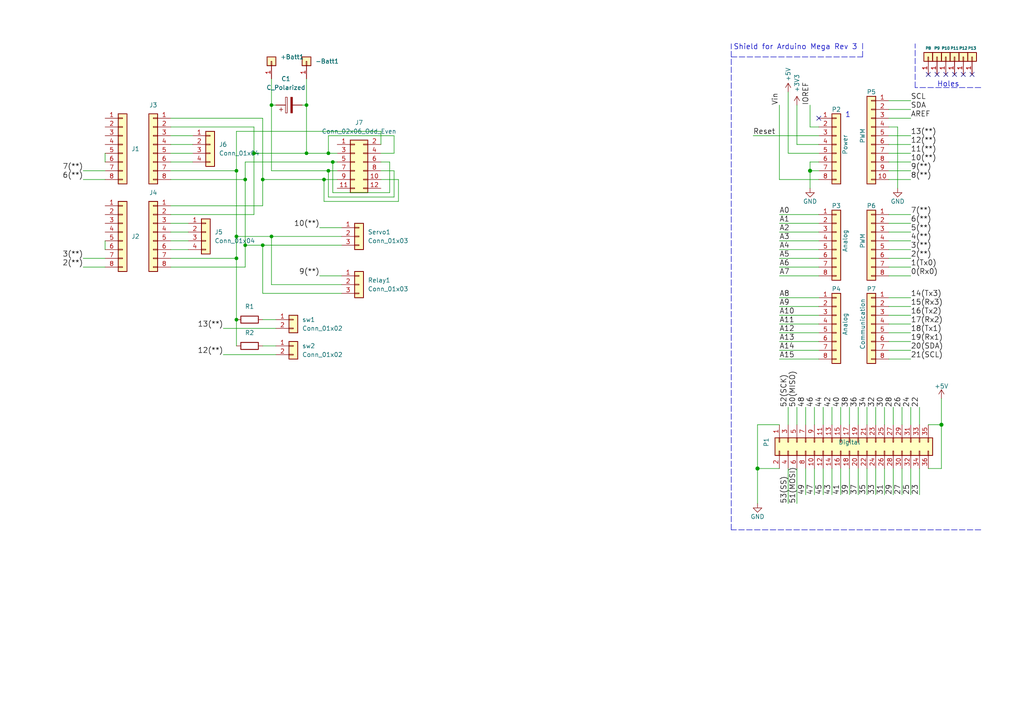
<source format=kicad_sch>
(kicad_sch (version 20211123) (generator eeschema)
  (paper "A4")
  (title_block (date "mar. 31 mars 2015"))
  (lib_symbols
    (symbol "Connector_Generic:Conn_01x01" (pin_names (offset 1.016) hide)
      (property "Reference" "J" (at 0 2.54 0))
      (property "Value" "Conn_01x01" (at 0 -2.54 0))
      (symbol "Conn_01x01_1_1"
        (rectangle (start -1.27 0.127) (end 0 -0.127) (stroke (width 0.1524)))
        (rectangle (start -1.27 1.27) (end 1.27 -1.27) (stroke (width 0.254)) (fill (type background)))
        (pin passive line (at -5.08 0 0) (length 3.81) (name "Pin_1") (number "1"))
      )
    )
    (symbol "Connector_Generic:Conn_01x02" (pin_names (offset 1.016) hide)
      (property "Reference" "J" (at 0 2.54 0))
      (property "Value" "Conn_01x02" (at 0 -5.08 0))
      (symbol "Conn_01x02_1_1"
        (rectangle (start -1.27 -2.413) (end 0 -2.667) (stroke (width 0.1524)))
        (rectangle (start -1.27 0.127) (end 0 -0.127) (stroke (width 0.1524)))
        (rectangle (start -1.27 1.27) (end 1.27 -3.81) (stroke (width 0.254)) (fill (type background)))
        (pin passive line (at -5.08 0 0) (length 3.81) (name "Pin_1") (number "1"))
        (pin passive line (at -5.08 -2.54 0) (length 3.81) (name "Pin_2") (number "2"))
      )
    )
    (symbol "Connector_Generic:Conn_01x03" (pin_names (offset 1.016) hide)
      (property "Reference" "J" (at 0 5.08 0))
      (property "Value" "Conn_01x03" (at 0 -5.08 0))
      (symbol "Conn_01x03_1_1"
        (rectangle (start -1.27 -2.413) (end 0 -2.667) (stroke (width 0.1524)))
        (rectangle (start -1.27 0.127) (end 0 -0.127) (stroke (width 0.1524)))
        (rectangle (start -1.27 2.667) (end 0 2.413) (stroke (width 0.1524)))
        (rectangle (start -1.27 3.81) (end 1.27 -3.81) (stroke (width 0.254)) (fill (type background)))
        (pin passive line (at -5.08 2.54 0) (length 3.81) (name "Pin_1") (number "1"))
        (pin passive line (at -5.08 0 0) (length 3.81) (name "Pin_2") (number "2"))
        (pin passive line (at -5.08 -2.54 0) (length 3.81) (name "Pin_3") (number "3"))
      )
    )
    (symbol "Connector_Generic:Conn_01x04" (pin_names (offset 1.016) hide)
      (property "Reference" "J" (at 0 5.08 0))
      (property "Value" "Conn_01x04" (at 0 -7.62 0))
      (symbol "Conn_01x04_1_1"
        (rectangle (start -1.27 -4.953) (end 0 -5.207) (stroke (width 0.1524)))
        (rectangle (start -1.27 -2.413) (end 0 -2.667) (stroke (width 0.1524)))
        (rectangle (start -1.27 0.127) (end 0 -0.127) (stroke (width 0.1524)))
        (rectangle (start -1.27 2.667) (end 0 2.413) (stroke (width 0.1524)))
        (rectangle (start -1.27 3.81) (end 1.27 -6.35) (stroke (width 0.254)) (fill (type background)))
        (pin passive line (at -5.08 2.54 0) (length 3.81) (name "Pin_1") (number "1"))
        (pin passive line (at -5.08 0 0) (length 3.81) (name "Pin_2") (number "2"))
        (pin passive line (at -5.08 -2.54 0) (length 3.81) (name "Pin_3") (number "3"))
        (pin passive line (at -5.08 -5.08 0) (length 3.81) (name "Pin_4") (number "4"))
      )
    )
    (symbol "Connector_Generic:Conn_01x08" (pin_names (offset 1.016) hide)
      (property "Reference" "J" (at 0 10.16 0))
      (property "Value" "Conn_01x08" (at 0 -12.7 0))
      (symbol "Conn_01x08_1_1"
        (rectangle (start -1.27 -10.033) (end 0 -10.287) (stroke (width 0.1524)))
        (rectangle (start -1.27 -7.493) (end 0 -7.747) (stroke (width 0.1524)))
        (rectangle (start -1.27 -4.953) (end 0 -5.207) (stroke (width 0.1524)))
        (rectangle (start -1.27 -2.413) (end 0 -2.667) (stroke (width 0.1524)))
        (rectangle (start -1.27 0.127) (end 0 -0.127) (stroke (width 0.1524)))
        (rectangle (start -1.27 2.667) (end 0 2.413) (stroke (width 0.1524)))
        (rectangle (start -1.27 5.207) (end 0 4.953) (stroke (width 0.1524)))
        (rectangle (start -1.27 7.747) (end 0 7.493) (stroke (width 0.1524)))
        (rectangle (start -1.27 8.89) (end 1.27 -11.43) (stroke (width 0.254)) (fill (type background)))
        (pin passive line (at -5.08 7.62 0) (length 3.81) (name "Pin_1") (number "1"))
        (pin passive line (at -5.08 5.08 0) (length 3.81) (name "Pin_2") (number "2"))
        (pin passive line (at -5.08 2.54 0) (length 3.81) (name "Pin_3") (number "3"))
        (pin passive line (at -5.08 0 0) (length 3.81) (name "Pin_4") (number "4"))
        (pin passive line (at -5.08 -2.54 0) (length 3.81) (name "Pin_5") (number "5"))
        (pin passive line (at -5.08 -5.08 0) (length 3.81) (name "Pin_6") (number "6"))
        (pin passive line (at -5.08 -7.62 0) (length 3.81) (name "Pin_7") (number "7"))
        (pin passive line (at -5.08 -10.16 0) (length 3.81) (name "Pin_8") (number "8"))
      )
    )
    (symbol "Connector_Generic:Conn_01x10" (pin_names (offset 1.016) hide)
      (property "Reference" "J" (at 0 12.7 0))
      (property "Value" "Conn_01x10" (at 0 -15.24 0))
      (symbol "Conn_01x10_1_1"
        (rectangle (start -1.27 -12.573) (end 0 -12.827) (stroke (width 0.1524)))
        (rectangle (start -1.27 -10.033) (end 0 -10.287) (stroke (width 0.1524)))
        (rectangle (start -1.27 -7.493) (end 0 -7.747) (stroke (width 0.1524)))
        (rectangle (start -1.27 -4.953) (end 0 -5.207) (stroke (width 0.1524)))
        (rectangle (start -1.27 -2.413) (end 0 -2.667) (stroke (width 0.1524)))
        (rectangle (start -1.27 0.127) (end 0 -0.127) (stroke (width 0.1524)))
        (rectangle (start -1.27 2.667) (end 0 2.413) (stroke (width 0.1524)))
        (rectangle (start -1.27 5.207) (end 0 4.953) (stroke (width 0.1524)))
        (rectangle (start -1.27 7.747) (end 0 7.493) (stroke (width 0.1524)))
        (rectangle (start -1.27 10.287) (end 0 10.033) (stroke (width 0.1524)))
        (rectangle (start -1.27 11.43) (end 1.27 -13.97) (stroke (width 0.254)) (fill (type background)))
        (pin passive line (at -5.08 10.16 0) (length 3.81) (name "Pin_1") (number "1"))
        (pin passive line (at -5.08 -12.7 0) (length 3.81) (name "Pin_10") (number "10"))
        (pin passive line (at -5.08 7.62 0) (length 3.81) (name "Pin_2") (number "2"))
        (pin passive line (at -5.08 5.08 0) (length 3.81) (name "Pin_3") (number "3"))
        (pin passive line (at -5.08 2.54 0) (length 3.81) (name "Pin_4") (number "4"))
        (pin passive line (at -5.08 0 0) (length 3.81) (name "Pin_5") (number "5"))
        (pin passive line (at -5.08 -2.54 0) (length 3.81) (name "Pin_6") (number "6"))
        (pin passive line (at -5.08 -5.08 0) (length 3.81) (name "Pin_7") (number "7"))
        (pin passive line (at -5.08 -7.62 0) (length 3.81) (name "Pin_8") (number "8"))
        (pin passive line (at -5.08 -10.16 0) (length 3.81) (name "Pin_9") (number "9"))
      )
    )
    (symbol "Connector_Generic:Conn_02x06_Odd_Even" (pin_names (offset 1.016) hide)
      (property "Reference" "J" (at 1.27 7.62 0))
      (property "Value" "Conn_02x06_Odd_Even" (at 1.27 -10.16 0))
      (symbol "Conn_02x06_Odd_Even_1_1"
        (rectangle (start -1.27 -7.493) (end 0 -7.747) (stroke (width 0.1524)))
        (rectangle (start -1.27 -4.953) (end 0 -5.207) (stroke (width 0.1524)))
        (rectangle (start -1.27 -2.413) (end 0 -2.667) (stroke (width 0.1524)))
        (rectangle (start -1.27 0.127) (end 0 -0.127) (stroke (width 0.1524)))
        (rectangle (start -1.27 2.667) (end 0 2.413) (stroke (width 0.1524)))
        (rectangle (start -1.27 5.207) (end 0 4.953) (stroke (width 0.1524)))
        (rectangle (start -1.27 6.35) (end 3.81 -8.89) (stroke (width 0.254)) (fill (type background)))
        (rectangle (start 3.81 -7.493) (end 2.54 -7.747) (stroke (width 0.1524)))
        (rectangle (start 3.81 -4.953) (end 2.54 -5.207) (stroke (width 0.1524)))
        (rectangle (start 3.81 -2.413) (end 2.54 -2.667) (stroke (width 0.1524)))
        (rectangle (start 3.81 0.127) (end 2.54 -0.127) (stroke (width 0.1524)))
        (rectangle (start 3.81 2.667) (end 2.54 2.413) (stroke (width 0.1524)))
        (rectangle (start 3.81 5.207) (end 2.54 4.953) (stroke (width 0.1524)))
        (pin passive line (at -5.08 5.08 0) (length 3.81) (name "Pin_1") (number "1"))
        (pin passive line (at 7.62 -5.08 180) (length 3.81) (name "Pin_10") (number "10"))
        (pin passive line (at -5.08 -7.62 0) (length 3.81) (name "Pin_11") (number "11"))
        (pin passive line (at 7.62 -7.62 180) (length 3.81) (name "Pin_12") (number "12"))
        (pin passive line (at 7.62 5.08 180) (length 3.81) (name "Pin_2") (number "2"))
        (pin passive line (at -5.08 2.54 0) (length 3.81) (name "Pin_3") (number "3"))
        (pin passive line (at 7.62 2.54 180) (length 3.81) (name "Pin_4") (number "4"))
        (pin passive line (at -5.08 0 0) (length 3.81) (name "Pin_5") (number "5"))
        (pin passive line (at 7.62 0 180) (length 3.81) (name "Pin_6") (number "6"))
        (pin passive line (at -5.08 -2.54 0) (length 3.81) (name "Pin_7") (number "7"))
        (pin passive line (at 7.62 -2.54 180) (length 3.81) (name "Pin_8") (number "8"))
        (pin passive line (at -5.08 -5.08 0) (length 3.81) (name "Pin_9") (number "9"))
      )
    )
    (symbol "Connector_Generic:Conn_02x18_Odd_Even" (pin_names (offset 1.016) hide)
      (property "Reference" "J" (at 1.27 22.86 0))
      (property "Value" "Conn_02x18_Odd_Even" (at 1.27 -25.4 0))
      (symbol "Conn_02x18_Odd_Even_1_1"
        (rectangle (start -1.27 -22.733) (end 0 -22.987) (stroke (width 0.1524)))
        (rectangle (start -1.27 -20.193) (end 0 -20.447) (stroke (width 0.1524)))
        (rectangle (start -1.27 -17.653) (end 0 -17.907) (stroke (width 0.1524)))
        (rectangle (start -1.27 -15.113) (end 0 -15.367) (stroke (width 0.1524)))
        (rectangle (start -1.27 -12.573) (end 0 -12.827) (stroke (width 0.1524)))
        (rectangle (start -1.27 -10.033) (end 0 -10.287) (stroke (width 0.1524)))
        (rectangle (start -1.27 -7.493) (end 0 -7.747) (stroke (width 0.1524)))
        (rectangle (start -1.27 -4.953) (end 0 -5.207) (stroke (width 0.1524)))
        (rectangle (start -1.27 -2.413) (end 0 -2.667) (stroke (width 0.1524)))
        (rectangle (start -1.27 0.127) (end 0 -0.127) (stroke (width 0.1524)))
        (rectangle (start -1.27 2.667) (end 0 2.413) (stroke (width 0.1524)))
        (rectangle (start -1.27 5.207) (end 0 4.953) (stroke (width 0.1524)))
        (rectangle (start -1.27 7.747) (end 0 7.493) (stroke (width 0.1524)))
        (rectangle (start -1.27 10.287) (end 0 10.033) (stroke (width 0.1524)))
        (rectangle (start -1.27 12.827) (end 0 12.573) (stroke (width 0.1524)))
        (rectangle (start -1.27 15.367) (end 0 15.113) (stroke (width 0.1524)))
        (rectangle (start -1.27 17.907) (end 0 17.653) (stroke (width 0.1524)))
        (rectangle (start -1.27 20.447) (end 0 20.193) (stroke (width 0.1524)))
        (rectangle (start -1.27 21.59) (end 3.81 -24.13) (stroke (width 0.254)) (fill (type background)))
        (rectangle (start 3.81 -22.733) (end 2.54 -22.987) (stroke (width 0.1524)))
        (rectangle (start 3.81 -20.193) (end 2.54 -20.447) (stroke (width 0.1524)))
        (rectangle (start 3.81 -17.653) (end 2.54 -17.907) (stroke (width 0.1524)))
        (rectangle (start 3.81 -15.113) (end 2.54 -15.367) (stroke (width 0.1524)))
        (rectangle (start 3.81 -12.573) (end 2.54 -12.827) (stroke (width 0.1524)))
        (rectangle (start 3.81 -10.033) (end 2.54 -10.287) (stroke (width 0.1524)))
        (rectangle (start 3.81 -7.493) (end 2.54 -7.747) (stroke (width 0.1524)))
        (rectangle (start 3.81 -4.953) (end 2.54 -5.207) (stroke (width 0.1524)))
        (rectangle (start 3.81 -2.413) (end 2.54 -2.667) (stroke (width 0.1524)))
        (rectangle (start 3.81 0.127) (end 2.54 -0.127) (stroke (width 0.1524)))
        (rectangle (start 3.81 2.667) (end 2.54 2.413) (stroke (width 0.1524)))
        (rectangle (start 3.81 5.207) (end 2.54 4.953) (stroke (width 0.1524)))
        (rectangle (start 3.81 7.747) (end 2.54 7.493) (stroke (width 0.1524)))
        (rectangle (start 3.81 10.287) (end 2.54 10.033) (stroke (width 0.1524)))
        (rectangle (start 3.81 12.827) (end 2.54 12.573) (stroke (width 0.1524)))
        (rectangle (start 3.81 15.367) (end 2.54 15.113) (stroke (width 0.1524)))
        (rectangle (start 3.81 17.907) (end 2.54 17.653) (stroke (width 0.1524)))
        (rectangle (start 3.81 20.447) (end 2.54 20.193) (stroke (width 0.1524)))
        (pin passive line (at -5.08 20.32 0) (length 3.81) (name "Pin_1") (number "1"))
        (pin passive line (at 7.62 10.16 180) (length 3.81) (name "Pin_10") (number "10"))
        (pin passive line (at -5.08 7.62 0) (length 3.81) (name "Pin_11") (number "11"))
        (pin passive line (at 7.62 7.62 180) (length 3.81) (name "Pin_12") (number "12"))
        (pin passive line (at -5.08 5.08 0) (length 3.81) (name "Pin_13") (number "13"))
        (pin passive line (at 7.62 5.08 180) (length 3.81) (name "Pin_14") (number "14"))
        (pin passive line (at -5.08 2.54 0) (length 3.81) (name "Pin_15") (number "15"))
        (pin passive line (at 7.62 2.54 180) (length 3.81) (name "Pin_16") (number "16"))
        (pin passive line (at -5.08 0 0) (length 3.81) (name "Pin_17") (number "17"))
        (pin passive line (at 7.62 0 180) (length 3.81) (name "Pin_18") (number "18"))
        (pin passive line (at -5.08 -2.54 0) (length 3.81) (name "Pin_19") (number "19"))
        (pin passive line (at 7.62 20.32 180) (length 3.81) (name "Pin_2") (number "2"))
        (pin passive line (at 7.62 -2.54 180) (length 3.81) (name "Pin_20") (number "20"))
        (pin passive line (at -5.08 -5.08 0) (length 3.81) (name "Pin_21") (number "21"))
        (pin passive line (at 7.62 -5.08 180) (length 3.81) (name "Pin_22") (number "22"))
        (pin passive line (at -5.08 -7.62 0) (length 3.81) (name "Pin_23") (number "23"))
        (pin passive line (at 7.62 -7.62 180) (length 3.81) (name "Pin_24") (number "24"))
        (pin passive line (at -5.08 -10.16 0) (length 3.81) (name "Pin_25") (number "25"))
        (pin passive line (at 7.62 -10.16 180) (length 3.81) (name "Pin_26") (number "26"))
        (pin passive line (at -5.08 -12.7 0) (length 3.81) (name "Pin_27") (number "27"))
        (pin passive line (at 7.62 -12.7 180) (length 3.81) (name "Pin_28") (number "28"))
        (pin passive line (at -5.08 -15.24 0) (length 3.81) (name "Pin_29") (number "29"))
        (pin passive line (at -5.08 17.78 0) (length 3.81) (name "Pin_3") (number "3"))
        (pin passive line (at 7.62 -15.24 180) (length 3.81) (name "Pin_30") (number "30"))
        (pin passive line (at -5.08 -17.78 0) (length 3.81) (name "Pin_31") (number "31"))
        (pin passive line (at 7.62 -17.78 180) (length 3.81) (name "Pin_32") (number "32"))
        (pin passive line (at -5.08 -20.32 0) (length 3.81) (name "Pin_33") (number "33"))
        (pin passive line (at 7.62 -20.32 180) (length 3.81) (name "Pin_34") (number "34"))
        (pin passive line (at -5.08 -22.86 0) (length 3.81) (name "Pin_35") (number "35"))
        (pin passive line (at 7.62 -22.86 180) (length 3.81) (name "Pin_36") (number "36"))
        (pin passive line (at 7.62 17.78 180) (length 3.81) (name "Pin_4") (number "4"))
        (pin passive line (at -5.08 15.24 0) (length 3.81) (name "Pin_5") (number "5"))
        (pin passive line (at 7.62 15.24 180) (length 3.81) (name "Pin_6") (number "6"))
        (pin passive line (at -5.08 12.7 0) (length 3.81) (name "Pin_7") (number "7"))
        (pin passive line (at 7.62 12.7 180) (length 3.81) (name "Pin_8") (number "8"))
        (pin passive line (at -5.08 10.16 0) (length 3.81) (name "Pin_9") (number "9"))
      )
    )
    (symbol "Device:C_Polarized" (pin_numbers hide) (pin_names (offset 0.254))
      (property "Reference" "C" (at 0.635 2.54 0))
      (property "Value" "C_Polarized" (at 0.635 -2.54 0))
      (symbol "C_Polarized_0_1"
        (rectangle (start -2.286 0.508) (end 2.286 1.016))
        (polyline (pts (xy -1.778 2.286) (xy -0.762 2.286)))
        (polyline (pts (xy -1.27 2.794) (xy -1.27 1.778)))
        (rectangle (start 2.286 -0.508) (end -2.286 -1.016) (fill (type outline)))
      )
      (symbol "C_Polarized_1_1"
        (pin passive line (at 0 3.81 270) (length 2.794) (name "~") (number "1"))
        (pin passive line (at 0 -3.81 90) (length 2.794) (name "~") (number "2"))
      )
    )
    (symbol "Device:R" (pin_numbers hide) (pin_names (offset 0))
      (property "Reference" "R" (at 2.032 0 90))
      (property "Value" "R" (at 0 0 90))
      (symbol "R_0_1"
        (rectangle (start -1.016 -2.54) (end 1.016 2.54) (stroke (width 0.254)))
      )
      (symbol "R_1_1"
        (pin passive line (at 0 3.81 270) (length 1.27) (name "~") (number "1"))
        (pin passive line (at 0 -3.81 90) (length 1.27) (name "~") (number "2"))
      )
    )
    (symbol "power:+3V3" (power) (pin_names (offset 0))
      (property "Value" "+3V3" (at 0 3.556 0))
      (symbol "+3V3_0_1"
        (polyline (pts (xy -0.762 1.27) (xy 0 2.54)))
        (polyline (pts (xy 0 0) (xy 0 2.54)))
        (polyline (pts (xy 0 2.54) (xy 0.762 1.27)))
      )
      (symbol "+3V3_1_1"
        (pin power_in line (at 0 0 90) (length 0) hide (name "+3V3") (number "1"))
      )
    )
    (symbol "power:+5V" (power) (pin_names (offset 0))
      (property "Value" "+5V" (at 0 3.556 0))
      (symbol "+5V_0_1"
        (polyline (pts (xy -0.762 1.27) (xy 0 2.54)))
        (polyline (pts (xy 0 0) (xy 0 2.54)))
        (polyline (pts (xy 0 2.54) (xy 0.762 1.27)))
      )
      (symbol "+5V_1_1"
        (pin power_in line (at 0 0 90) (length 0) hide (name "+5V") (number "1"))
      )
    )
    (symbol "power:GND" (power) (pin_names (offset 0))
      (property "Value" "GND" (at 0 -3.81 0))
      (symbol "GND_0_1"
        (polyline (pts (xy 0 0) (xy 0 -1.27) (xy 1.27 -1.27) (xy 0 -2.54) (xy -1.27 -1.27) (xy 0 -1.27)))
      )
      (symbol "GND_1_1"
        (pin power_in line (at 0 0 270) (length 0) hide (name "GND") (number "1"))
      )
    )
  )
  (junction (at 88.9 44.45))
  (junction (at 76.2 71.12))
  (junction (at 71.12 52.07))
  (junction (at 73.66 44.45))
  (junction (at 68.58 68.58))
  (junction (at 68.58 92.71))
  (junction (at 78.74 30.48))
  (junction (at 68.58 74.93))
  (junction (at 234.95 49.53) (diameter 1.016))
  (junction (at 96.52 46.99))
  (junction (at 71.12 71.12))
  (junction (at 76.2 52.07))
  (junction (at 219.71 135.89) (diameter 1.016))
  (junction (at 93.98 52.07))
  (junction (at 273.05 123.19) (diameter 1.016))
  (junction (at 78.74 68.58))
  (junction (at 95.25 44.45))
  (junction (at 88.9 30.48))
  (junction (at 95.25 49.53))
  (junction (at 68.58 49.53))
  (no_connect (at 269.24 21.59))
  (no_connect (at 271.78 21.59))
  (no_connect (at 281.94 21.59))
  (no_connect (at 276.86 21.59))
  (no_connect (at 279.4 21.59))
  (no_connect (at 237.49 34.29))
  (no_connect (at 274.32 21.59))
  (wire (pts (xy 68.58 74.93) (xy 68.58 92.71)))
  (wire (pts (xy 257.81 80.01) (xy 264.16 80.01)))
  (wire (pts (xy 68.58 68.58) (xy 78.74 68.58)))
  (wire (pts (xy 228.6 135.89) (xy 228.6 146.05)))
  (wire (pts (xy 113.03 46.99) (xy 113.03 55.88)))
  (wire (pts (xy 49.53 52.07) (xy 71.12 52.07)))
  (wire (pts (xy 226.06 80.01) (xy 237.49 80.01)))
  (wire (pts (xy 241.3 135.89) (xy 241.3 143.51)))
  (wire (pts (xy 273.05 123.19) (xy 273.05 135.89)))
  (wire (pts (xy 49.53 67.31) (xy 54.61 67.31)))
  (wire (pts (xy 78.74 68.58) (xy 99.06 68.58)))
  (wire (pts (xy 110.49 49.53) (xy 114.3 49.53)))
  (wire (pts (xy 78.74 49.53) (xy 95.25 49.53)))
  (wire (pts (xy 99.06 82.55) (xy 78.74 82.55)))
  (wire (pts (xy 226.06 123.19) (xy 219.71 123.19)))
  (wire (pts (xy 257.81 44.45) (xy 264.16 44.45)))
  (wire (pts (xy 234.95 46.99) (xy 234.95 49.53)))
  (wire (pts (xy 76.2 34.29) (xy 76.2 52.07)))
  (wire (pts (xy 226.06 74.93) (xy 237.49 74.93)))
  (wire (pts (xy 236.22 135.89) (xy 236.22 143.51)))
  (wire (pts (xy 259.08 135.89) (xy 259.08 143.51)))
  (wire (pts (xy 73.66 44.45) (xy 88.9 44.45)))
  (wire (pts (xy 76.2 52.07) (xy 93.98 52.07)))
  (wire (pts (xy 234.95 49.53) (xy 234.95 54.61)))
  (wire (pts (xy 248.92 123.19) (xy 248.92 118.11)))
  (wire (pts (xy 97.79 46.99) (xy 96.52 46.99)))
  (wire (pts (xy 71.12 71.12) (xy 71.12 77.47)))
  (wire (pts (xy 231.14 41.91) (xy 237.49 41.91)))
  (polyline (pts (xy 284.48 25.4) (xy 265.43 25.4)) (stroke (width 0) (type dash)))
  (wire (pts (xy 228.6 44.45) (xy 237.49 44.45)))
  (wire (pts (xy 228.6 26.67) (xy 228.6 44.45)))
  (wire (pts (xy 246.38 123.19) (xy 246.38 118.11)))
  (wire (pts (xy 114.3 57.15) (xy 95.25 57.15)))
  (wire (pts (xy 226.06 104.14) (xy 237.49 104.14)))
  (wire (pts (xy 68.58 38.1) (xy 68.58 49.53)))
  (wire (pts (xy 241.3 123.19) (xy 241.3 118.11)))
  (polyline (pts (xy 265.43 25.4) (xy 265.43 12.7)) (stroke (width 0) (type dash)))
  (wire (pts (xy 261.62 123.19) (xy 261.62 118.11)))
  (wire (pts (xy 96.52 46.99) (xy 71.12 46.99)))
  (wire (pts (xy 257.81 34.29) (xy 264.16 34.29)))
  (wire (pts (xy 231.14 30.48) (xy 231.14 41.91)))
  (wire (pts (xy 261.62 135.89) (xy 261.62 143.51)))
  (wire (pts (xy 237.49 62.23) (xy 226.06 62.23)))
  (wire (pts (xy 71.12 52.07) (xy 71.12 71.12)))
  (wire (pts (xy 237.49 101.6) (xy 226.06 101.6)))
  (wire (pts (xy 264.16 135.89) (xy 264.16 143.51)))
  (wire (pts (xy 238.76 135.89) (xy 238.76 143.51)))
  (wire (pts (xy 257.81 46.99) (xy 264.16 46.99)))
  (wire (pts (xy 257.81 99.06) (xy 264.16 99.06)))
  (wire (pts (xy 257.81 29.21) (xy 264.16 29.21)))
  (wire (pts (xy 93.98 52.07) (xy 97.79 52.07)))
  (wire (pts (xy 264.16 62.23) (xy 257.81 62.23)))
  (wire (pts (xy 76.2 100.33) (xy 80.01 100.33)))
  (wire (pts (xy 219.71 123.19) (xy 219.71 135.89)))
  (wire (pts (xy 226.06 135.89) (xy 219.71 135.89)))
  (wire (pts (xy 115.57 52.07) (xy 115.57 58.42)))
  (wire (pts (xy 266.7 135.89) (xy 266.7 143.51)))
  (wire (pts (xy 251.46 123.19) (xy 251.46 118.11)))
  (wire (pts (xy 234.95 36.83) (xy 234.95 30.48)))
  (wire (pts (xy 110.49 46.99) (xy 113.03 46.99)))
  (wire (pts (xy 257.81 88.9) (xy 264.16 88.9)))
  (wire (pts (xy 30.48 52.07) (xy 24.13 52.07)))
  (wire (pts (xy 30.48 44.45) (xy 30.48 46.99)))
  (wire (pts (xy 257.81 39.37) (xy 264.16 39.37)))
  (wire (pts (xy 99.06 85.09) (xy 76.2 85.09)))
  (wire (pts (xy 237.49 36.83) (xy 234.95 36.83)))
  (wire (pts (xy 73.66 36.83) (xy 73.66 44.45)))
  (wire (pts (xy 49.53 64.77) (xy 54.61 64.77)))
  (wire (pts (xy 73.66 36.83) (xy 49.53 36.83)))
  (wire (pts (xy 78.74 22.86) (xy 78.74 30.48)))
  (polyline (pts (xy 212.09 16.51) (xy 250.19 16.51)) (stroke (width 0) (type dash)))
  (wire (pts (xy 251.46 135.89) (xy 251.46 143.51)))
  (wire (pts (xy 248.92 135.89) (xy 248.92 143.51)))
  (wire (pts (xy 264.16 67.31) (xy 257.81 67.31)))
  (wire (pts (xy 95.25 49.53) (xy 97.79 49.53)))
  (wire (pts (xy 64.77 95.25) (xy 80.01 95.25)))
  (wire (pts (xy 264.16 41.91) (xy 257.81 41.91)))
  (wire (pts (xy 93.98 58.42) (xy 93.98 52.07)))
  (polyline (pts (xy 212.09 153.67) (xy 212.09 12.7)) (stroke (width 0) (type dash)))
  (wire (pts (xy 49.53 72.39) (xy 54.61 72.39)))
  (wire (pts (xy 273.05 115.57) (xy 273.05 123.19)))
  (wire (pts (xy 238.76 123.19) (xy 238.76 118.11)))
  (wire (pts (xy 78.74 82.55) (xy 78.74 68.58)))
  (wire (pts (xy 264.16 101.6) (xy 257.81 101.6)))
  (wire (pts (xy 257.81 104.14) (xy 264.16 104.14)))
  (wire (pts (xy 228.6 123.19) (xy 228.6 118.11)))
  (wire (pts (xy 76.2 34.29) (xy 49.53 34.29)))
  (wire (pts (xy 243.84 135.89) (xy 243.84 143.51)))
  (wire (pts (xy 264.16 96.52) (xy 257.81 96.52)))
  (wire (pts (xy 264.16 31.75) (xy 257.81 31.75)))
  (wire (pts (xy 226.06 93.98) (xy 237.49 93.98)))
  (wire (pts (xy 256.54 135.89) (xy 256.54 143.51)))
  (wire (pts (xy 110.49 41.91) (xy 110.49 38.1)))
  (wire (pts (xy 71.12 71.12) (xy 76.2 71.12)))
  (wire (pts (xy 24.13 74.93) (xy 30.48 74.93)))
  (wire (pts (xy 68.58 92.71) (xy 68.58 100.33)))
  (wire (pts (xy 236.22 123.19) (xy 236.22 118.11)))
  (wire (pts (xy 96.52 55.88) (xy 96.52 46.99)))
  (wire (pts (xy 237.49 67.31) (xy 226.06 67.31)))
  (wire (pts (xy 218.44 39.37) (xy 237.49 39.37)))
  (wire (pts (xy 260.35 36.83) (xy 257.81 36.83)))
  (wire (pts (xy 264.16 86.36) (xy 257.81 86.36)))
  (wire (pts (xy 257.81 64.77) (xy 264.16 64.77)))
  (wire (pts (xy 264.16 49.53) (xy 257.81 49.53)))
  (wire (pts (xy 88.9 30.48) (xy 88.9 44.45)))
  (wire (pts (xy 273.05 123.19) (xy 269.24 123.19)))
  (wire (pts (xy 237.49 49.53) (xy 234.95 49.53)))
  (wire (pts (xy 254 135.89) (xy 254 143.51)))
  (wire (pts (xy 49.53 59.69) (xy 76.2 59.69)))
  (wire (pts (xy 254 123.19) (xy 254 118.11)))
  (wire (pts (xy 246.38 135.89) (xy 246.38 143.51)))
  (wire (pts (xy 76.2 85.09) (xy 76.2 71.12)))
  (wire (pts (xy 87.63 30.48) (xy 88.9 30.48)))
  (wire (pts (xy 49.53 41.91) (xy 55.88 41.91)))
  (wire (pts (xy 88.9 44.45) (xy 95.25 44.45)))
  (wire (pts (xy 256.54 123.19) (xy 256.54 118.11)))
  (wire (pts (xy 237.49 52.07) (xy 226.06 52.07)))
  (wire (pts (xy 114.3 39.37) (xy 95.25 39.37)))
  (wire (pts (xy 49.53 44.45) (xy 55.88 44.45)))
  (wire (pts (xy 95.25 57.15) (xy 95.25 49.53)))
  (wire (pts (xy 226.06 64.77) (xy 237.49 64.77)))
  (wire (pts (xy 110.49 44.45) (xy 114.3 44.45)))
  (wire (pts (xy 49.53 49.53) (xy 68.58 49.53)))
  (wire (pts (xy 99.06 66.04) (xy 92.71 66.04)))
  (wire (pts (xy 78.74 30.48) (xy 80.01 30.48)))
  (wire (pts (xy 68.58 74.93) (xy 49.53 74.93)))
  (wire (pts (xy 231.14 123.19) (xy 231.14 118.11)))
  (wire (pts (xy 266.7 123.19) (xy 266.7 118.11)))
  (wire (pts (xy 114.3 44.45) (xy 114.3 39.37)))
  (wire (pts (xy 49.53 46.99) (xy 55.88 46.99)))
  (wire (pts (xy 237.49 91.44) (xy 226.06 91.44)))
  (wire (pts (xy 49.53 62.23) (xy 73.66 62.23)))
  (wire (pts (xy 257.81 93.98) (xy 264.16 93.98)))
  (wire (pts (xy 237.49 46.99) (xy 234.95 46.99)))
  (wire (pts (xy 76.2 92.71) (xy 80.01 92.71)))
  (wire (pts (xy 226.06 99.06) (xy 237.49 99.06)))
  (wire (pts (xy 68.58 68.58) (xy 68.58 74.93)))
  (wire (pts (xy 243.84 123.19) (xy 243.84 118.11)))
  (wire (pts (xy 92.71 80.01) (xy 99.06 80.01)))
  (wire (pts (xy 30.48 77.47) (xy 24.13 77.47)))
  (wire (pts (xy 76.2 71.12) (xy 99.06 71.12)))
  (wire (pts (xy 264.16 123.19) (xy 264.16 118.11)))
  (wire (pts (xy 73.66 44.45) (xy 73.66 62.23)))
  (wire (pts (xy 226.06 88.9) (xy 237.49 88.9)))
  (wire (pts (xy 257.81 52.07) (xy 264.16 52.07)))
  (polyline (pts (xy 250.19 16.51) (xy 250.19 12.065)) (stroke (width 0) (type dash)))
  (wire (pts (xy 264.16 91.44) (xy 257.81 91.44)))
  (wire (pts (xy 226.06 69.85) (xy 237.49 69.85)))
  (wire (pts (xy 64.77 102.87) (xy 80.01 102.87)))
  (wire (pts (xy 95.25 39.37) (xy 95.25 44.45)))
  (wire (pts (xy 71.12 77.47) (xy 49.53 77.47)))
  (wire (pts (xy 259.08 123.19) (xy 259.08 118.11)))
  (wire (pts (xy 233.68 135.89) (xy 233.68 143.51)))
  (wire (pts (xy 49.53 69.85) (xy 54.61 69.85)))
  (wire (pts (xy 115.57 58.42) (xy 93.98 58.42)))
  (wire (pts (xy 273.05 135.89) (xy 269.24 135.89)))
  (wire (pts (xy 110.49 38.1) (xy 68.58 38.1)))
  (wire (pts (xy 237.49 86.36) (xy 226.06 86.36)))
  (wire (pts (xy 110.49 52.07) (xy 115.57 52.07)))
  (wire (pts (xy 71.12 46.99) (xy 71.12 52.07)))
  (wire (pts (xy 233.68 123.19) (xy 233.68 118.11)))
  (wire (pts (xy 68.58 49.53) (xy 68.58 68.58)))
  (wire (pts (xy 257.81 74.93) (xy 264.16 74.93)))
  (wire (pts (xy 113.03 55.88) (xy 96.52 55.88)))
  (wire (pts (xy 231.14 135.89) (xy 231.14 146.05)))
  (wire (pts (xy 88.9 22.86) (xy 88.9 30.48)))
  (wire (pts (xy 264.16 72.39) (xy 257.81 72.39)))
  (wire (pts (xy 114.3 49.53) (xy 114.3 57.15)))
  (wire (pts (xy 76.2 52.07) (xy 76.2 59.69)))
  (wire (pts (xy 264.16 77.47) (xy 257.81 77.47)))
  (wire (pts (xy 237.49 96.52) (xy 226.06 96.52)))
  (wire (pts (xy 226.06 52.07) (xy 226.06 30.48)))
  (wire (pts (xy 219.71 135.89) (xy 219.71 146.05)))
  (wire (pts (xy 78.74 30.48) (xy 78.74 49.53)))
  (wire (pts (xy 237.49 77.47) (xy 226.06 77.47)))
  (wire (pts (xy 95.25 44.45) (xy 97.79 44.45)))
  (polyline (pts (xy 284.48 153.67) (xy 212.09 153.67)) (stroke (width 0) (type dash)))
  (wire (pts (xy 237.49 72.39) (xy 226.06 72.39)))
  (wire (pts (xy 260.35 54.61) (xy 260.35 36.83)))
  (wire (pts (xy 49.53 39.37) (xy 55.88 39.37)))
  (wire (pts (xy 257.81 69.85) (xy 264.16 69.85)))
  (wire (pts (xy 30.48 69.85) (xy 30.48 72.39)))
  (wire (pts (xy 24.13 49.53) (xy 30.48 49.53)))
  (text "1" (at 245.11 34.29 0) (effects (font (size 1.524 1.524)) (justify left bottom)))
  (text "Holes" (at 271.78 25.4 0) (effects (font (size 1.524 1.524)) (justify left bottom)))
  (text "Shield for Arduino Mega Rev 3" (at 212.725 14.605 0) (effects (font (size 1.524 1.524)) (justify left bottom)))
  (label "21(SCL)" (at 264.16 104.14 0) (effects (font (size 1.524 1.524))))
  (label "36" (at 248.92 118.11 90) (effects (font (size 1.524 1.524))))
  (label "0(Rx0)" (at 264.16 80.01 0) (effects (font (size 1.524 1.524))))
  (label "17(Rx2)" (at 264.16 93.98 0) (effects (font (size 1.524 1.524))))
  (label "19(Rx1)" (at 264.16 99.06 0) (effects (font (size 1.524 1.524))))
  (label "SDA" (at 264.16 31.75 0) (effects (font (size 1.524 1.524))))
  (label "12(**)" (at 64.77 102.87 180) (effects (font (size 1.524 1.524))))
  (label "A14" (at 226.06 101.6 0) (effects (font (size 1.524 1.524))))
  (label "51(MOSI)" (at 231.14 146.05 90) (effects (font (size 1.524 1.524))))
  (label "41" (at 243.84 143.51 90) (effects (font (size 1.524 1.524))))
  (label "43" (at 241.3 143.51 90) (effects (font (size 1.524 1.524))))
  (label "1(Tx0)" (at 264.16 77.47 0) (effects (font (size 1.524 1.524))))
  (label "A3" (at 226.06 69.85 0) (effects (font (size 1.524 1.524))))
  (label "13(**)" (at 64.77 95.25 180) (effects (font (size 1.524 1.524))))
  (label "45" (at 238.76 143.51 90) (effects (font (size 1.524 1.524))))
  (label "9(**)" (at 264.16 49.53 0) (effects (font (size 1.524 1.524))))
  (label "SCL" (at 264.16 29.21 0) (effects (font (size 1.524 1.524))))
  (label "A8" (at 226.06 86.36 0) (effects (font (size 1.524 1.524))))
  (label "14(Tx3)" (at 264.16 86.36 0) (effects (font (size 1.524 1.524))))
  (label "27" (at 261.62 143.51 90) (effects (font (size 1.524 1.524))))
  (label "12(**)" (at 264.16 41.91 0) (effects (font (size 1.524 1.524))))
  (label "A5" (at 226.06 74.93 0) (effects (font (size 1.524 1.524))))
  (label "IOREF" (at 234.95 30.48 90) (effects (font (size 1.524 1.524))))
  (label "3(**)" (at 264.16 72.39 0) (effects (font (size 1.524 1.524))))
  (label "9(**)" (at 92.71 80.01 180) (effects (font (size 1.524 1.524))))
  (label "Reset" (at 218.44 39.37 0) (effects (font (size 1.524 1.524))))
  (label "6(**)" (at 24.13 52.07 180) (effects (font (size 1.524 1.524))))
  (label "A0" (at 226.06 62.23 0) (effects (font (size 1.524 1.524))))
  (label "7(**)" (at 24.13 49.53 180) (effects (font (size 1.524 1.524))))
  (label "A1" (at 226.06 64.77 0) (effects (font (size 1.524 1.524))))
  (label "A11" (at 226.06 93.98 0) (effects (font (size 1.524 1.524))))
  (label "40" (at 243.84 118.11 90) (effects (font (size 1.524 1.524))))
  (label "53(SS)" (at 228.6 146.05 90) (effects (font (size 1.524 1.524))))
  (label "30" (at 256.54 118.11 90) (effects (font (size 1.524 1.524))))
  (label "31" (at 256.54 143.51 90) (effects (font (size 1.524 1.524))))
  (label "28" (at 259.08 118.11 90) (effects (font (size 1.524 1.524))))
  (label "44" (at 238.76 118.11 90) (effects (font (size 1.524 1.524))))
  (label "6(**)" (at 264.16 64.77 0) (effects (font (size 1.524 1.524))))
  (label "5(**)" (at 264.16 67.31 0) (effects (font (size 1.524 1.524))))
  (label "3(**)" (at 24.13 74.93 180) (effects (font (size 1.524 1.524))))
  (label "37" (at 248.92 143.51 90) (effects (font (size 1.524 1.524))))
  (label "38" (at 246.38 118.11 90) (effects (font (size 1.524 1.524))))
  (label "29" (at 259.08 143.51 90) (effects (font (size 1.524 1.524))))
  (label "18(Tx1)" (at 264.16 96.52 0) (effects (font (size 1.524 1.524))))
  (label "2(**)" (at 24.13 77.47 180) (effects (font (size 1.524 1.524))))
  (label "24" (at 264.16 118.11 90) (effects (font (size 1.524 1.524))))
  (label "A9" (at 226.06 88.9 0) (effects (font (size 1.524 1.524))))
  (label "39" (at 246.38 143.51 90) (effects (font (size 1.524 1.524))))
  (label "22" (at 266.7 118.11 90) (effects (font (size 1.524 1.524))))
  (label "A15" (at 226.06 104.14 0) (effects (font (size 1.524 1.524))))
  (label "A6" (at 226.06 77.47 0) (effects (font (size 1.524 1.524))))
  (label "10(**)" (at 92.71 66.04 180) (effects (font (size 1.524 1.524))))
  (label "48" (at 233.68 118.11 90) (effects (font (size 1.524 1.524))))
  (label "Vin" (at 226.06 30.48 90) (effects (font (size 1.524 1.524))))
  (label "A7" (at 226.06 80.01 0) (effects (font (size 1.524 1.524))))
  (label "23" (at 266.7 143.51 90) (effects (font (size 1.524 1.524))))
  (label "2(**)" (at 264.16 74.93 0) (effects (font (size 1.524 1.524))))
  (label "49" (at 233.68 143.51 90) (effects (font (size 1.524 1.524))))
  (label "A13" (at 226.06 99.06 0) (effects (font (size 1.524 1.524))))
  (label "A2" (at 226.06 67.31 0) (effects (font (size 1.524 1.524))))
  (label "A12" (at 226.06 96.52 0) (effects (font (size 1.524 1.524))))
  (label "50(MISO)" (at 231.14 118.11 90) (effects (font (size 1.524 1.524))))
  (label "52(SCK)" (at 228.6 118.11 90) (effects (font (size 1.524 1.524))))
  (label "26" (at 261.62 118.11 90) (effects (font (size 1.524 1.524))))
  (label "47" (at 236.22 143.51 90) (effects (font (size 1.524 1.524))))
  (label "A4" (at 226.06 72.39 0) (effects (font (size 1.524 1.524))))
  (label "8(**)" (at 264.16 52.07 0) (effects (font (size 1.524 1.524))))
  (label "42" (at 241.3 118.11 90) (effects (font (size 1.524 1.524))))
  (label "A10" (at 226.06 91.44 0) (effects (font (size 1.524 1.524))))
  (label "7(**)" (at 264.16 62.23 0) (effects (font (size 1.524 1.524))))
  (label "20(SDA)" (at 264.16 101.6 0) (effects (font (size 1.524 1.524))))
  (label "16(Tx2)" (at 264.16 91.44 0) (effects (font (size 1.524 1.524))))
  (label "46" (at 236.22 118.11 90) (effects (font (size 1.524 1.524))))
  (label "11(**)" (at 264.16 44.45 0) (effects (font (size 1.524 1.524))))
  (label "4(**)" (at 264.16 69.85 0) (effects (font (size 1.524 1.524))))
  (label "13(**)" (at 264.16 39.37 0) (effects (font (size 1.524 1.524))))
  (label "15(Rx3)" (at 264.16 88.9 0) (effects (font (size 1.524 1.524))))
  (label "10(**)" (at 264.16 46.99 0) (effects (font (size 1.524 1.524))))
  (label "32" (at 254 118.11 90) (effects (font (size 1.524 1.524))))
  (label "33" (at 254 143.51 90) (effects (font (size 1.524 1.524))))
  (label "34" (at 251.46 118.11 90) (effects (font (size 1.524 1.524))))
  (label "35" (at 251.46 143.51 90) (effects (font (size 1.524 1.524))))
  (label "25" (at 264.16 143.51 90) (effects (font (size 1.524 1.524))))
  (label "AREF" (at 264.16 34.29 0) (effects (font (size 1.524 1.524))))
  (symbol (lib_id "Connector_Generic:Conn_01x01") (at 269.24 16.51 90) (unit 1)
    (property "Reference" "P8" (at 269.24 13.97 90) (effects (font (size 0.7874 0.7874))))
    (property "Value" "CONN_01X01" (effects hide))
    (property "Footprint" "Socket_Arduino_Mega:Arduino_1pin" (effects hide))
  )
  (symbol (lib_id "Connector_Generic:Conn_01x01") (at 271.78 16.51 90) (unit 1)
    (property "Reference" "P9" (at 271.78 13.97 90) (effects (font (size 0.7874 0.7874))))
    (property "Value" "CONN_01X01" (effects hide))
    (property "Footprint" "Socket_Arduino_Mega:Arduino_1pin" (effects hide))
  )
  (symbol (lib_id "Connector_Generic:Conn_01x01") (at 274.32 16.51 90) (unit 1)
    (property "Reference" "P10" (at 274.32 13.97 90) (effects (font (size 0.7874 0.7874))))
    (property "Value" "CONN_01X01" (effects hide))
    (property "Footprint" "Socket_Arduino_Mega:Arduino_1pin" (effects hide))
  )
  (symbol (lib_id "Connector_Generic:Conn_01x01") (at 276.86 16.51 90) (unit 1)
    (property "Reference" "P11" (at 276.86 13.97 90) (effects (font (size 0.7874 0.7874))))
    (property "Value" "CONN_01X01" (effects hide))
    (property "Footprint" "Socket_Arduino_Mega:Arduino_1pin" (effects hide))
  )
  (symbol (lib_id "Connector_Generic:Conn_01x01") (at 279.4 16.51 90) (unit 1)
    (property "Reference" "P12" (at 279.4 13.97 90) (effects (font (size 0.7874 0.7874))))
    (property "Value" "CONN_01X01" (effects hide))
    (property "Footprint" "Socket_Arduino_Mega:Arduino_1pin" (effects hide))
  )
  (symbol (lib_id "Connector_Generic:Conn_01x01") (at 281.94 16.51 90) (unit 1)
    (property "Reference" "P13" (at 281.94 13.97 90) (effects (font (size 0.7874 0.7874))))
    (property "Value" "CONN_01X01" (effects hide))
    (property "Footprint" "Socket_Arduino_Mega:Arduino_1pin" (effects hide))
  )
  (symbol (lib_id "Connector_Generic:Conn_01x08") (at 242.57 41.91 0) (unit 1)
    (property "Reference" "P2" (at 242.57 31.75 0))
    (property "Value" "Power" (at 245.11 41.91 90))
    (property "Footprint" "Socket_Arduino_Mega:Socket_Strip_Arduino_1x08" (effects hide))
  )
  (symbol (lib_id "power:+3V3") (at 231.14 30.48 0) (unit 1)
    (property "Reference" "#PWR01" (effects hide))
    (property "Value" "+3.3V" (at 231.14 24.13 90))
  )
  (symbol (lib_id "power:+5V") (at 228.6 26.67 0) (unit 1)
    (property "Reference" "#PWR02" (effects hide))
    (property "Value" "+5V" (at 228.6 21.59 90))
  )
  (symbol (lib_id "power:GND") (at 234.95 54.61 0) (unit 1)
    (property "Reference" "#PWR03" (effects hide))
    (property "Value" "GND" (at 234.95 58.42 0))
  )
  (symbol (lib_id "Connector_Generic:Conn_01x10") (at 252.73 39.37 0) (mirror y) (unit 1)
    (property "Reference" "P5" (at 252.73 26.67 0))
    (property "Value" "PWM" (at 250.19 39.37 90))
    (property "Footprint" "Socket_Arduino_Mega:Socket_Strip_Arduino_1x10" (effects hide))
  )
  (symbol (lib_id "power:GND") (at 260.35 54.61 0) (unit 1)
    (property "Reference" "#PWR04" (effects hide))
    (property "Value" "GND" (at 260.35 58.42 0))
  )
  (symbol (lib_id "Connector_Generic:Conn_01x08") (at 242.57 69.85 0) (unit 1)
    (property "Reference" "P3" (at 242.57 59.69 0))
    (property "Value" "Analog" (at 245.11 69.85 90))
    (property "Footprint" "Socket_Arduino_Mega:Socket_Strip_Arduino_1x08" (effects hide))
  )
  (symbol (lib_id "Connector_Generic:Conn_01x08") (at 252.73 69.85 0) (mirror y) (unit 1)
    (property "Reference" "P6" (at 252.73 59.69 0))
    (property "Value" "PWM" (at 250.19 69.85 90))
    (property "Footprint" "Socket_Arduino_Mega:Socket_Strip_Arduino_1x08" (effects hide))
  )
  (symbol (lib_id "Connector_Generic:Conn_01x08") (at 242.57 93.98 0) (unit 1)
    (property "Reference" "P4" (at 242.57 83.82 0))
    (property "Value" "Analog" (at 245.11 93.98 90))
    (property "Footprint" "Socket_Arduino_Mega:Socket_Strip_Arduino_1x08" (effects hide))
  )
  (symbol (lib_id "Connector_Generic:Conn_01x08") (at 252.73 93.98 0) (mirror y) (unit 1)
    (property "Reference" "P7" (at 252.73 83.82 0))
    (property "Value" "Communication" (at 250.19 93.98 90))
    (property "Footprint" "Socket_Arduino_Mega:Socket_Strip_Arduino_1x08" (effects hide))
  )
  (symbol (lib_id "Connector_Generic:Conn_02x18_Odd_Even") (at 246.38 128.27 90) (mirror x) (unit 1)
    (property "Reference" "P1" (at 222.25 128.27 0))
    (property "Value" "Digital" (at 246.38 128.27 90))
    (property "Footprint" "Socket_Arduino_Mega:Socket_Strip_Arduino_2x18" (effects hide))
  )
  (symbol (lib_id "power:GND") (at 219.71 146.05 0) (unit 1)
    (property "Reference" "#PWR05" (effects hide))
    (property "Value" "GND" (at 219.71 149.86 0))
  )
  (symbol (lib_id "power:+5V") (at 273.05 115.57 0) (unit 1)
    (property "Reference" "#PWR06" (effects hide))
    (property "Value" "+5V" (at 273.05 112.014 0))
  )
  (symbol (lib_id "Connector_Generic:Conn_02x06_Odd_Even") (at 102.87 46.99 0) (unit 1)
    (property "Reference" "J7" (at 104.14 35.56 0))
    (property "Value" "Conn_02x06_Odd_Even" (at 104.14 38.1 0))
    (property "Footprint" "Connector_PinSocket_2.54mm:PinSocket_2x06_P2.54mm_Vertical" (effects hide))
  )
  (symbol (lib_id "Connector_Generic:Conn_01x01") (at 88.9 17.78 90) (unit 1)
    (property "Reference" "-Batt1" (at 91.44 17.7799 90) (effects (justify right)))
    (property "Value" "Conn_01x01" (effects hide))
    (property "Footprint" "TestPoint:TestPoint_THTPad_D4.0mm_Drill2.0mm" (effects hide))
  )
  (symbol (lib_id "Connector_Generic:Conn_01x01") (at 78.74 17.78 90) (unit 1)
    (property "Reference" "+Batt1" (at 81.28 16.5099 90) (effects (justify right)))
    (property "Value" "Conn_01x01" (effects hide))
    (property "Footprint" "TestPoint:TestPoint_THTPad_D4.0mm_Drill2.0mm" (effects hide))
  )
  (symbol (lib_id "Connector_Generic:Conn_01x08") (at 35.56 41.91 0) (unit 1)
    (property "Reference" "J1" (at 38.1 43.1799 0) (effects (justify left)))
    (property "Value" "Conn_01x08" (effects hide))
    (property "Footprint" "Connector_PinSocket_2.54mm:PinSocket_1x08_P2.54mm_Vertical" (effects hide))
  )
  (symbol (lib_id "Connector_Generic:Conn_01x03") (at 104.14 82.55 0) (unit 1)
    (property "Reference" "Relay1" (at 106.68 81.2799 0) (effects (justify left)))
    (property "Value" "Conn_01x03" (at 106.68 83.8199 0) (effects (justify left)))
    (property "Footprint" "Connector_PinSocket_2.54mm:PinSocket_1x03_P2.54mm_Vertical" (effects hide))
  )
  (symbol (lib_id "Connector_Generic:Conn_01x04") (at 60.96 41.91 0) (unit 1)
    (property "Reference" "J6" (at 63.5 41.9099 0) (effects (justify left)))
    (property "Value" "Conn_01x04" (at 63.5 44.4499 0) (effects (justify left)))
    (property "Footprint" "Connector_PinHeader_2.54mm:PinHeader_1x04_P2.54mm_Vertical" (effects hide))
  )
  (symbol (lib_id "Connector_Generic:Conn_01x08") (at 44.45 41.91 0) (mirror y) (unit 1)
    (property "Reference" "J3" (at 44.45 30.48 0))
    (property "Value" "Conn_01x08" (effects hide))
    (property "Footprint" "Connector_PinSocket_2.54mm:PinSocket_1x08_P2.54mm_Vertical" (effects hide))
  )
  (symbol (lib_id "Device:R") (at 72.39 100.33 90) (unit 1)
    (property "Reference" "R2" (at 72.39 96.52 90))
    (property "Value" "R" (effects hide))
    (property "Footprint" "Resistor_SMD:R_0805_2012Metric_Pad1.20x1.40mm_HandSolder" (effects hide))
  )
  (symbol (lib_id "Connector_Generic:Conn_01x04") (at 59.69 67.31 0) (unit 1)
    (property "Reference" "J5" (at 62.23 67.3099 0) (effects (justify left)))
    (property "Value" "Conn_01x04" (at 62.23 69.8499 0) (effects (justify left)))
    (property "Footprint" "Connector_PinHeader_2.54mm:PinHeader_1x04_P2.54mm_Vertical" (effects hide))
  )
  (symbol (lib_id "Device:R") (at 72.39 92.71 90) (unit 1)
    (property "Reference" "R1" (at 72.39 88.9 90))
    (property "Value" "R" (effects hide))
    (property "Footprint" "Resistor_SMD:R_0805_2012Metric_Pad1.20x1.40mm_HandSolder" (effects hide))
  )
  (symbol (lib_id "Connector_Generic:Conn_01x08") (at 44.45 67.31 0) (mirror y) (unit 1)
    (property "Reference" "J4" (at 44.45 55.88 0))
    (property "Value" "Conn_01x08" (effects hide))
    (property "Footprint" "Connector_PinSocket_2.54mm:PinSocket_1x08_P2.54mm_Vertical" (effects hide))
  )
  (symbol (lib_id "Device:C_Polarized") (at 83.82 30.48 90) (unit 1)
    (property "Reference" "C1" (at 82.931 22.86 90))
    (property "Value" "C_Polarized" (at 82.931 25.4 90))
    (property "Footprint" "Capacitor_SMD:CP_Elec_8x6.2" (effects hide))
  )
  (symbol (lib_id "Connector_Generic:Conn_01x02") (at 85.09 100.33 0) (unit 1)
    (property "Reference" "sw2" (at 87.63 100.3299 0) (effects (justify left)))
    (property "Value" "Conn_01x02" (at 87.63 102.8699 0) (effects (justify left)))
    (property "Footprint" "Connector_PinSocket_2.54mm:PinSocket_1x02_P2.54mm_Vertical" (effects hide))
  )
  (symbol (lib_id "Connector_Generic:Conn_01x02") (at 85.09 92.71 0) (unit 1)
    (property "Reference" "sw1" (at 87.63 92.7099 0) (effects (justify left)))
    (property "Value" "Conn_01x02" (at 87.63 95.2499 0) (effects (justify left)))
    (property "Footprint" "Connector_PinSocket_2.54mm:PinSocket_1x02_P2.54mm_Vertical" (effects hide))
  )
  (symbol (lib_id "Connector_Generic:Conn_01x08") (at 35.56 67.31 0) (unit 1)
    (property "Reference" "J2" (at 38.1 68.5799 0) (effects (justify left)))
    (property "Value" "Conn_01x08" (effects hide))
    (property "Footprint" "Connector_PinSocket_2.54mm:PinSocket_1x08_P2.54mm_Vertical" (effects hide))
  )
  (symbol (lib_id "Connector_Generic:Conn_01x03") (at 104.14 68.58 0) (unit 1)
    (property "Reference" "Servo1" (at 106.68 67.3099 0) (effects (justify left)))
    (property "Value" "Conn_01x03" (at 106.68 69.8499 0) (effects (justify left)))
    (property "Footprint" "Connector_PinHeader_2.54mm:PinHeader_1x03_P2.54mm_Vertical" (effects hide))
  )
)
</source>
